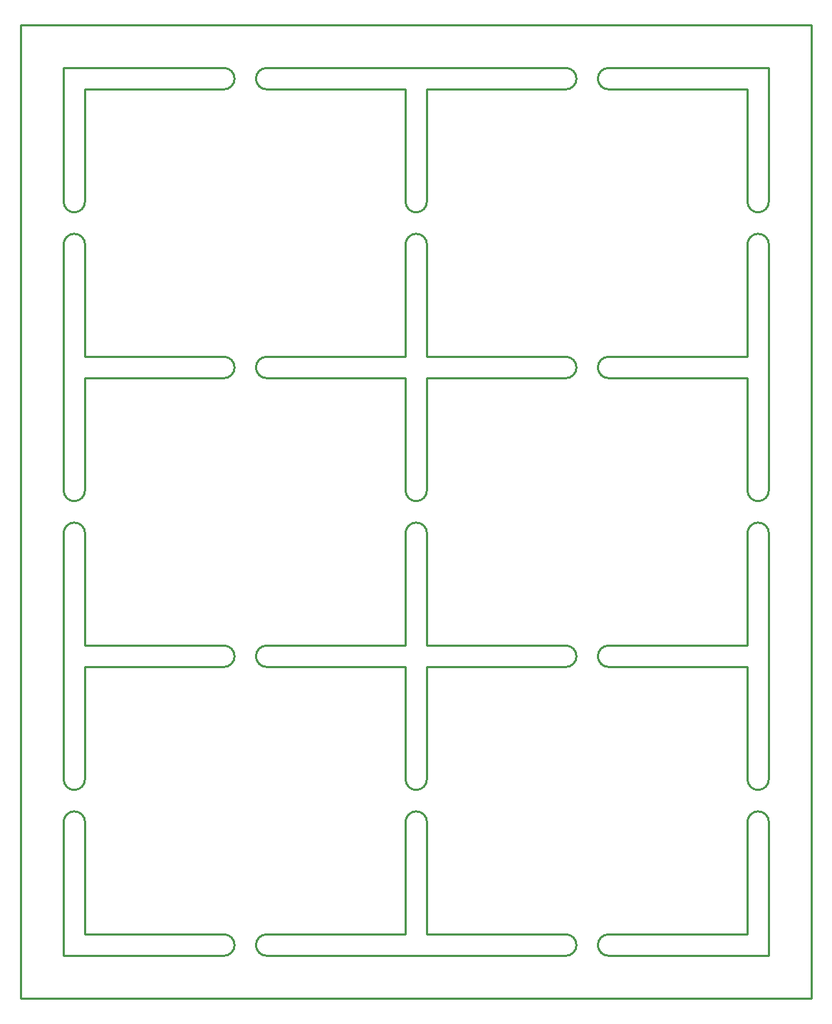
<source format=gbr>
G04 start of page 4 for group 2 idx 2 *
G04 Title: (unknown), outline *
G04 Creator: pcb 4.0.2 *
G04 CreationDate: Sun Oct 16 03:50:19 2022 UTC *
G04 For: ndholmes *
G04 Format: Gerber/RS-274X *
G04 PCB-Dimensions (mil): 3900.00 4750.00 *
G04 PCB-Coordinate-Origin: lower left *
%MOIN*%
%FSLAX25Y25*%
%LNOUTLINE*%
%ADD35C,0.0100*%
G54D35*X10000Y465000D02*X380000D01*
X40000Y435000D02*X105000D01*
X125000D02*X190000D01*
X30000Y445000D02*X105000D01*
X125000D02*X265000D01*
X200000Y435000D02*X265000D01*
X285000D02*X350000D01*
X285000Y445000D02*X360000D01*
X30000Y382500D02*Y445000D01*
Y247500D02*Y362500D01*
X40000Y435000D02*Y382500D01*
Y300000D02*Y247500D01*
X360000Y362500D02*Y247500D01*
X10000Y465000D02*Y10000D01*
X200000Y300000D02*X265000D01*
X125000D02*X190000D01*
X40000D02*X105000D01*
X190000Y362500D02*Y310000D01*
X40000Y362500D02*Y310000D01*
X190000D02*X125000D01*
X40000D02*X105000D01*
X40000Y92500D02*Y40000D01*
X30000Y92500D02*Y30000D01*
X190000Y92500D02*Y40000D01*
X200000Y92500D02*Y40000D01*
X265000D01*
X380000Y465000D02*Y10000D01*
X350000Y300000D02*Y247500D01*
Y227500D02*Y175000D01*
X360000Y227500D02*Y112500D01*
X200000Y310000D02*X265000D01*
X200000Y362500D02*Y310000D01*
Y435000D02*Y382500D01*
X190000Y435000D02*Y382500D01*
Y300000D02*Y247500D01*
X200000Y300000D02*Y247500D01*
X350000Y310000D02*X285000D01*
Y300000D02*X350000D01*
Y362500D02*Y310000D01*
X360000Y445000D02*Y382500D01*
X350000Y435000D02*Y382500D01*
X40000Y165000D02*X105000D01*
X40000Y227500D02*Y175000D01*
Y165000D02*Y112500D01*
X30000D02*Y227500D01*
Y30000D02*X105000D01*
X40000Y40000D02*X105000D01*
X125000Y165000D02*X190000D01*
Y227500D02*Y175000D01*
X200000Y227500D02*Y175000D01*
X190000Y165000D02*Y112500D01*
X200000Y165000D02*Y112500D01*
X40000Y175000D02*X105000D01*
X190000D02*X125000D01*
X200000Y165000D02*X265000D01*
X200000Y175000D02*X265000D01*
X125000Y30000D02*X265000D01*
X190000Y40000D02*X125000D01*
X10000Y10000D02*X380000D01*
X285000Y165000D02*X350000D01*
Y175000D02*X285000D01*
Y30000D02*X360000D01*
X350000Y40000D02*X285000D01*
X350000Y165000D02*Y112500D01*
Y92500D02*Y40000D01*
X360000Y92500D02*Y30000D01*
X280000Y440000D02*G75*G03X285000Y435000I5000J0D01*G01*
X280000Y440000D02*G75*G02X285000Y445000I5000J0D01*G01*
X270000Y440000D02*G75*G02X265000Y435000I-5000J0D01*G01*
X270000Y440000D02*G75*G03X265000Y445000I-5000J0D01*G01*
X120000Y440000D02*G75*G03X125000Y435000I5000J0D01*G01*
X120000Y440000D02*G75*G02X125000Y445000I5000J0D01*G01*
X110000Y440000D02*G75*G02X105000Y435000I-5000J0D01*G01*
X110000Y440000D02*G75*G03X105000Y445000I-5000J0D01*G01*
X270000Y305000D02*G75*G03X265000Y310000I-5000J0D01*G01*
X270000Y305000D02*G75*G02X265000Y300000I-5000J0D01*G01*
X270000Y170000D02*G75*G02X265000Y165000I-5000J0D01*G01*
X270000Y170000D02*G75*G03X265000Y175000I-5000J0D01*G01*
X280000Y305000D02*G75*G02X285000Y310000I5000J0D01*G01*
X280000Y305000D02*G75*G03X285000Y300000I5000J0D01*G01*
X280000Y170000D02*G75*G03X285000Y165000I5000J0D01*G01*
X280000Y170000D02*G75*G02X285000Y175000I5000J0D01*G01*
X280000Y35000D02*G75*G03X285000Y30000I5000J0D01*G01*
X270000Y35000D02*G75*G02X265000Y30000I-5000J0D01*G01*
X270000Y35000D02*G75*G03X265000Y40000I-5000J0D01*G01*
X280000Y35000D02*G75*G02X285000Y40000I5000J0D01*G01*
X355000Y377500D02*G75*G03X360000Y382500I0J5000D01*G01*
X355000Y377500D02*G75*G02X350000Y382500I0J5000D01*G01*
X355000Y367500D02*G75*G02X360000Y362500I0J-5000D01*G01*
X355000Y367500D02*G75*G03X350000Y362500I0J-5000D01*G01*
X355000Y232500D02*G75*G03X350000Y227500I0J-5000D01*G01*
X355000Y232500D02*G75*G02X360000Y227500I0J-5000D01*G01*
X355000Y242500D02*G75*G02X350000Y247500I0J5000D01*G01*
X355000Y242500D02*G75*G03X360000Y247500I0J5000D01*G01*
X355000Y97500D02*G75*G03X350000Y92500I0J-5000D01*G01*
X355000Y97500D02*G75*G02X360000Y92500I0J-5000D01*G01*
X355000Y107500D02*G75*G02X350000Y112500I0J5000D01*G01*
X355000Y107500D02*G75*G03X360000Y112500I0J5000D01*G01*
X195000Y377500D02*G75*G03X200000Y382500I0J5000D01*G01*
X195000Y377500D02*G75*G02X190000Y382500I0J5000D01*G01*
X195000Y367500D02*G75*G02X200000Y362500I0J-5000D01*G01*
X195000Y367500D02*G75*G03X190000Y362500I0J-5000D01*G01*
X195000Y97500D02*G75*G03X190000Y92500I0J-5000D01*G01*
X195000Y97500D02*G75*G02X200000Y92500I0J-5000D01*G01*
X195000Y107500D02*G75*G02X190000Y112500I0J5000D01*G01*
X195000Y107500D02*G75*G03X200000Y112500I0J5000D01*G01*
X35000Y377500D02*G75*G02X30000Y382500I0J5000D01*G01*
X35000Y377500D02*G75*G03X40000Y382500I0J5000D01*G01*
X35000Y367500D02*G75*G03X30000Y362500I0J-5000D01*G01*
X35000Y367500D02*G75*G02X40000Y362500I0J-5000D01*G01*
X120000Y305000D02*G75*G02X125000Y310000I5000J0D01*G01*
X110000Y305000D02*G75*G03X105000Y310000I-5000J0D01*G01*
X35000Y232500D02*G75*G02X40000Y227500I0J-5000D01*G01*
X35000Y232500D02*G75*G03X30000Y227500I0J-5000D01*G01*
X35000Y242500D02*G75*G03X40000Y247500I0J5000D01*G01*
X35000Y242500D02*G75*G02X30000Y247500I0J5000D01*G01*
X195000Y232500D02*G75*G03X190000Y227500I0J-5000D01*G01*
X195000Y232500D02*G75*G02X200000Y227500I0J-5000D01*G01*
X195000Y242500D02*G75*G02X190000Y247500I0J5000D01*G01*
X195000Y242500D02*G75*G03X200000Y247500I0J5000D01*G01*
X110000Y305000D02*G75*G02X105000Y300000I-5000J0D01*G01*
X110000Y35000D02*G75*G02X105000Y30000I-5000J0D01*G01*
X110000Y35000D02*G75*G03X105000Y40000I-5000J0D01*G01*
X120000Y305000D02*G75*G03X125000Y300000I5000J0D01*G01*
X120000Y35000D02*G75*G03X125000Y30000I5000J0D01*G01*
X120000Y35000D02*G75*G02X125000Y40000I5000J0D01*G01*
X120000Y170000D02*G75*G03X125000Y165000I5000J0D01*G01*
X120000Y170000D02*G75*G02X125000Y175000I5000J0D01*G01*
X110000Y170000D02*G75*G02X105000Y165000I-5000J0D01*G01*
X110000Y170000D02*G75*G03X105000Y175000I-5000J0D01*G01*
X35000Y97500D02*G75*G02X40000Y92500I0J-5000D01*G01*
X35000Y97500D02*G75*G03X30000Y92500I0J-5000D01*G01*
X35000Y107500D02*G75*G03X40000Y112500I0J5000D01*G01*
X35000Y107500D02*G75*G02X30000Y112500I0J5000D01*G01*
M02*

</source>
